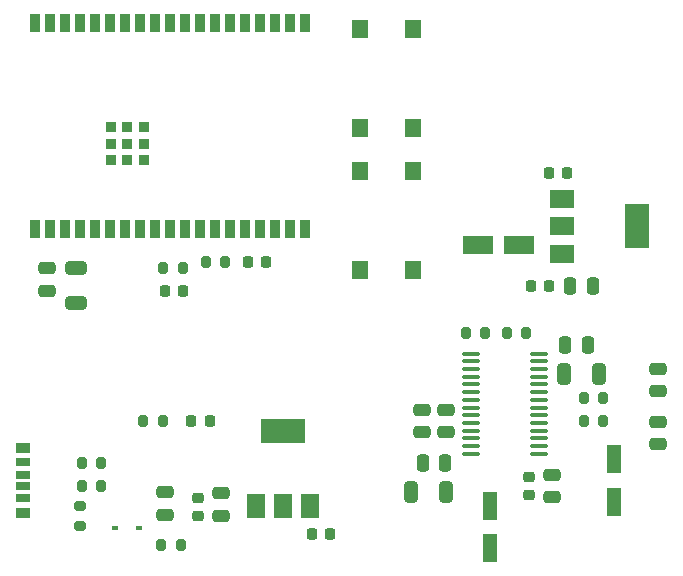
<source format=gbr>
%TF.GenerationSoftware,KiCad,Pcbnew,(6.0.8-1)-1*%
%TF.CreationDate,2022-11-20T20:32:36+00:00*%
%TF.ProjectId,esp32-network-dac,65737033-322d-46e6-9574-776f726b2d64,0.1*%
%TF.SameCoordinates,Original*%
%TF.FileFunction,Paste,Top*%
%TF.FilePolarity,Positive*%
%FSLAX46Y46*%
G04 Gerber Fmt 4.6, Leading zero omitted, Abs format (unit mm)*
G04 Created by KiCad (PCBNEW (6.0.8-1)-1) date 2022-11-20 20:32:36*
%MOMM*%
%LPD*%
G01*
G04 APERTURE LIST*
G04 Aperture macros list*
%AMRoundRect*
0 Rectangle with rounded corners*
0 $1 Rounding radius*
0 $2 $3 $4 $5 $6 $7 $8 $9 X,Y pos of 4 corners*
0 Add a 4 corners polygon primitive as box body*
4,1,4,$2,$3,$4,$5,$6,$7,$8,$9,$2,$3,0*
0 Add four circle primitives for the rounded corners*
1,1,$1+$1,$2,$3*
1,1,$1+$1,$4,$5*
1,1,$1+$1,$6,$7*
1,1,$1+$1,$8,$9*
0 Add four rect primitives between the rounded corners*
20,1,$1+$1,$2,$3,$4,$5,0*
20,1,$1+$1,$4,$5,$6,$7,0*
20,1,$1+$1,$6,$7,$8,$9,0*
20,1,$1+$1,$8,$9,$2,$3,0*%
G04 Aperture macros list end*
%ADD10RoundRect,0.200000X0.200000X0.275000X-0.200000X0.275000X-0.200000X-0.275000X0.200000X-0.275000X0*%
%ADD11RoundRect,0.200000X-0.275000X0.200000X-0.275000X-0.200000X0.275000X-0.200000X0.275000X0.200000X0*%
%ADD12R,2.500000X1.600000*%
%ADD13R,1.500000X2.000000*%
%ADD14R,3.800000X2.000000*%
%ADD15RoundRect,0.250000X-0.475000X0.250000X-0.475000X-0.250000X0.475000X-0.250000X0.475000X0.250000X0*%
%ADD16RoundRect,0.250000X0.475000X-0.250000X0.475000X0.250000X-0.475000X0.250000X-0.475000X-0.250000X0*%
%ADD17RoundRect,0.200000X-0.200000X-0.275000X0.200000X-0.275000X0.200000X0.275000X-0.200000X0.275000X0*%
%ADD18RoundRect,0.225000X-0.250000X0.225000X-0.250000X-0.225000X0.250000X-0.225000X0.250000X0.225000X0*%
%ADD19RoundRect,0.225000X0.225000X0.250000X-0.225000X0.250000X-0.225000X-0.250000X0.225000X-0.250000X0*%
%ADD20RoundRect,0.225000X-0.225000X-0.250000X0.225000X-0.250000X0.225000X0.250000X-0.225000X0.250000X0*%
%ADD21R,1.400000X1.600000*%
%ADD22R,0.889000X1.498600*%
%ADD23R,0.889000X0.889000*%
%ADD24RoundRect,0.250000X0.250000X0.475000X-0.250000X0.475000X-0.250000X-0.475000X0.250000X-0.475000X0*%
%ADD25RoundRect,0.250000X-0.250000X-0.475000X0.250000X-0.475000X0.250000X0.475000X-0.250000X0.475000X0*%
%ADD26RoundRect,0.250000X-0.325000X-0.650000X0.325000X-0.650000X0.325000X0.650000X-0.325000X0.650000X0*%
%ADD27RoundRect,0.225000X0.250000X-0.225000X0.250000X0.225000X-0.250000X0.225000X-0.250000X-0.225000X0*%
%ADD28R,1.150000X0.700000*%
%ADD29R,1.150000X0.800000*%
%ADD30R,1.150000X0.900000*%
%ADD31R,0.600000X0.450000*%
%ADD32RoundRect,0.250000X0.325000X0.650000X-0.325000X0.650000X-0.325000X-0.650000X0.325000X-0.650000X0*%
%ADD33RoundRect,0.218750X0.218750X0.256250X-0.218750X0.256250X-0.218750X-0.256250X0.218750X-0.256250X0*%
%ADD34R,2.000000X1.500000*%
%ADD35R,2.000000X3.800000*%
%ADD36R,1.212799X2.406599*%
%ADD37RoundRect,0.100000X0.637500X0.100000X-0.637500X0.100000X-0.637500X-0.100000X0.637500X-0.100000X0*%
%ADD38RoundRect,0.250000X-0.650000X0.325000X-0.650000X-0.325000X0.650000X-0.325000X0.650000X0.325000X0*%
G04 APERTURE END LIST*
D10*
%TO.C,R4*%
X149825000Y-108500000D03*
X148175000Y-108500000D03*
%TD*%
%TO.C,R3*%
X107325000Y-114000000D03*
X105675000Y-114000000D03*
%TD*%
D11*
%TO.C,RV1*%
X105500000Y-115675000D03*
X105500000Y-117325000D03*
%TD*%
D10*
%TO.C,R2*%
X105675000Y-112000000D03*
X107325000Y-112000000D03*
%TD*%
D12*
%TO.C,C9*%
X142720000Y-93540000D03*
X139220000Y-93540000D03*
%TD*%
D13*
%TO.C,U3*%
X120417000Y-115650000D03*
X122717000Y-115650000D03*
D14*
X122717000Y-109350000D03*
D13*
X125017000Y-115650000D03*
%TD*%
D15*
%TO.C,C12*%
X145500000Y-113000000D03*
X145500000Y-114900000D03*
%TD*%
D16*
%TO.C,C21*%
X117500000Y-116500000D03*
X117500000Y-114600000D03*
%TD*%
D17*
%TO.C,R10*%
X112567000Y-95500000D03*
X114217000Y-95500000D03*
%TD*%
D16*
%TO.C,C8*%
X136500000Y-109400000D03*
X136500000Y-107500000D03*
%TD*%
D18*
%TO.C,C14*%
X143500000Y-113225000D03*
X143500000Y-114775000D03*
%TD*%
D19*
%TO.C,C19*%
X114267000Y-97500000D03*
X112717000Y-97500000D03*
%TD*%
D20*
%TO.C,C16*%
X125167000Y-118000000D03*
X126717000Y-118000000D03*
%TD*%
D15*
%TO.C,C23*%
X102717000Y-95550000D03*
X102717000Y-97450000D03*
%TD*%
D17*
%TO.C,R7*%
X138175000Y-101000000D03*
X139825000Y-101000000D03*
%TD*%
D21*
%TO.C,S1*%
X129250000Y-95700000D03*
X133750000Y-95700000D03*
X129250000Y-87300000D03*
X133750000Y-87300000D03*
%TD*%
D17*
%TO.C,R8*%
X110892000Y-108500000D03*
X112542000Y-108500000D03*
%TD*%
D22*
%TO.C,U2*%
X101737202Y-92250000D03*
X103007202Y-92250000D03*
X104277202Y-92250000D03*
X105547202Y-92250000D03*
X106817202Y-92250000D03*
X108087202Y-92250000D03*
X109357202Y-92250000D03*
X110627202Y-92250000D03*
X111897202Y-92250000D03*
X113167202Y-92250000D03*
X114437202Y-92250000D03*
X115707202Y-92250000D03*
X116977202Y-92250000D03*
X118247202Y-92250000D03*
X119517202Y-92250000D03*
X120787202Y-92250000D03*
X122057202Y-92250000D03*
X123327202Y-92250000D03*
X124597202Y-92250000D03*
X124597202Y-74750000D03*
X123327202Y-74750000D03*
X122057202Y-74750000D03*
X120787202Y-74750000D03*
X119517202Y-74750000D03*
X118247202Y-74750000D03*
X116977202Y-74750000D03*
X115707202Y-74750000D03*
X114437202Y-74750000D03*
X113167202Y-74750000D03*
X111897202Y-74750000D03*
X110627202Y-74750000D03*
X109357202Y-74750000D03*
X108087202Y-74750000D03*
X106817202Y-74750000D03*
X105547202Y-74750000D03*
X104277202Y-74750000D03*
X103007202Y-74750000D03*
X101737202Y-74750000D03*
D23*
X109537212Y-85004290D03*
X109537212Y-83604290D03*
X108137215Y-83604140D03*
X108137215Y-85004188D03*
X108137215Y-86404236D03*
X109537212Y-86404289D03*
X110937336Y-86404236D03*
X110937336Y-85004188D03*
X110937336Y-83604140D03*
%TD*%
D24*
%TO.C,C6*%
X136450000Y-112000000D03*
X134550000Y-112000000D03*
%TD*%
D17*
%TO.C,R6*%
X141675000Y-101000000D03*
X143325000Y-101000000D03*
%TD*%
D25*
%TO.C,C10*%
X147020000Y-97040000D03*
X148920000Y-97040000D03*
%TD*%
D17*
%TO.C,R5*%
X148175000Y-106500000D03*
X149825000Y-106500000D03*
%TD*%
D26*
%TO.C,C11*%
X146525000Y-104500000D03*
X149475000Y-104500000D03*
%TD*%
D27*
%TO.C,C15*%
X115500000Y-116500000D03*
X115500000Y-114950000D03*
%TD*%
D28*
%TO.C,J1*%
X100705000Y-113000000D03*
D29*
X100705000Y-115020000D03*
D30*
X100705000Y-116250000D03*
D28*
X100705000Y-114000000D03*
D29*
X100705000Y-111980000D03*
D30*
X100705000Y-110750000D03*
%TD*%
D25*
%TO.C,C13*%
X146600000Y-102000000D03*
X148500000Y-102000000D03*
%TD*%
D31*
%TO.C,D3*%
X110550000Y-117500000D03*
X108450000Y-117500000D03*
%TD*%
D16*
%TO.C,C2*%
X154500000Y-105950000D03*
X154500000Y-104050000D03*
%TD*%
%TO.C,C1*%
X154500000Y-110450000D03*
X154500000Y-108550000D03*
%TD*%
%TO.C,C20*%
X112717000Y-116400000D03*
X112717000Y-114500000D03*
%TD*%
D17*
%TO.C,R1*%
X116175000Y-95000000D03*
X117825000Y-95000000D03*
%TD*%
D32*
%TO.C,C5*%
X136475000Y-114500000D03*
X133525000Y-114500000D03*
%TD*%
D19*
%TO.C,C17*%
X146775000Y-87500000D03*
X145225000Y-87500000D03*
%TD*%
D21*
%TO.C,S2*%
X129250000Y-83700000D03*
X133750000Y-83700000D03*
X129250000Y-75300000D03*
X133750000Y-75300000D03*
%TD*%
D33*
%TO.C,D2*%
X116504500Y-108500000D03*
X114929500Y-108500000D03*
%TD*%
D17*
%TO.C,FB1*%
X112392000Y-119000000D03*
X114042000Y-119000000D03*
%TD*%
D34*
%TO.C,U4*%
X146350000Y-89700000D03*
X146350000Y-92000000D03*
D35*
X152650000Y-92000000D03*
D34*
X146350000Y-94300000D03*
%TD*%
D16*
%TO.C,C7*%
X134500000Y-109400000D03*
X134500000Y-107500000D03*
%TD*%
D19*
%TO.C,C18*%
X145275000Y-97000000D03*
X143725000Y-97000000D03*
%TD*%
D36*
%TO.C,C3*%
X150730000Y-115298599D03*
X150730000Y-111701401D03*
%TD*%
%TO.C,C4*%
X140230000Y-119226399D03*
X140230000Y-115629201D03*
%TD*%
D37*
%TO.C,U1*%
X144362500Y-111225000D03*
X144362500Y-110575000D03*
X144362500Y-109925000D03*
X144362500Y-109275000D03*
X144362500Y-108625000D03*
X144362500Y-107975000D03*
X144362500Y-107325000D03*
X144362500Y-106675000D03*
X144362500Y-106025000D03*
X144362500Y-105375000D03*
X144362500Y-104725000D03*
X144362500Y-104075000D03*
X144362500Y-103425000D03*
X144362500Y-102775000D03*
X138637500Y-102775000D03*
X138637500Y-103425000D03*
X138637500Y-104075000D03*
X138637500Y-104725000D03*
X138637500Y-105375000D03*
X138637500Y-106025000D03*
X138637500Y-106675000D03*
X138637500Y-107325000D03*
X138637500Y-107975000D03*
X138637500Y-108625000D03*
X138637500Y-109275000D03*
X138637500Y-109925000D03*
X138637500Y-110575000D03*
X138637500Y-111225000D03*
%TD*%
D33*
%TO.C,D1*%
X121287500Y-95000000D03*
X119712500Y-95000000D03*
%TD*%
D38*
%TO.C,C22*%
X105217000Y-95525000D03*
X105217000Y-98475000D03*
%TD*%
M02*

</source>
